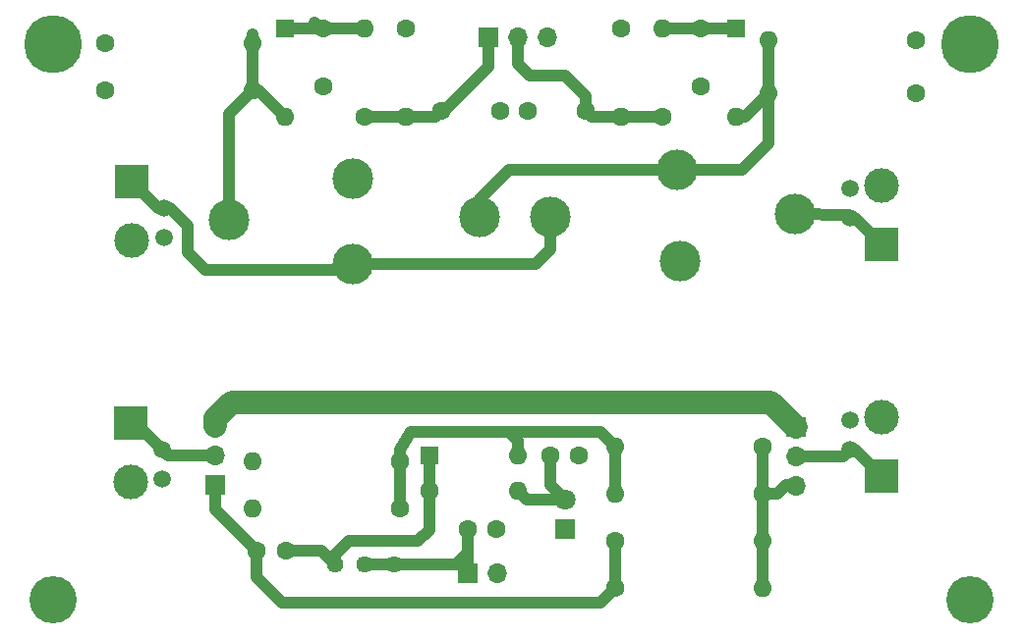
<source format=gbr>
G04 #@! TF.FileFunction,Copper,L2,Bot,Signal*
%FSLAX46Y46*%
G04 Gerber Fmt 4.6, Leading zero omitted, Abs format (unit mm)*
G04 Created by KiCad (PCBNEW 4.0.7) date 11/09/21 19:46:40*
%MOMM*%
%LPD*%
G01*
G04 APERTURE LIST*
%ADD10C,0.100000*%
%ADD11R,1.700000X1.700000*%
%ADD12O,1.700000X1.700000*%
%ADD13C,1.600000*%
%ADD14O,1.600000X1.600000*%
%ADD15C,3.500000*%
%ADD16C,5.000000*%
%ADD17R,1.600000X1.600000*%
%ADD18C,1.500000*%
%ADD19R,3.000000X3.000000*%
%ADD20C,3.000000*%
%ADD21C,4.064000*%
%ADD22R,1.800000X1.800000*%
%ADD23C,1.800000*%
%ADD24C,1.440000*%
%ADD25C,1.000000*%
%ADD26C,2.000000*%
G04 APERTURE END LIST*
D10*
D11*
X106950000Y-76050000D03*
D12*
X106950000Y-78590000D03*
X106950000Y-81130000D03*
D13*
X91390000Y-85854000D03*
D14*
X104090000Y-85854000D03*
D13*
X104090000Y-81790000D03*
D14*
X91390000Y-81790000D03*
D13*
X104090000Y-77726000D03*
D14*
X91390000Y-77726000D03*
D13*
X117348000Y-42672000D03*
D14*
X104648000Y-42672000D03*
D13*
X47498000Y-42926000D03*
D14*
X60198000Y-42926000D03*
D13*
X117348000Y-47244000D03*
D14*
X104648000Y-47244000D03*
D15*
X58166000Y-58166000D03*
X85852000Y-57912000D03*
X79756000Y-57912000D03*
X106934000Y-57658000D03*
D16*
X43000000Y-43000000D03*
X122000000Y-43000000D03*
D15*
X68834000Y-54610000D03*
X68834000Y-61976000D03*
X96774000Y-53848000D03*
D13*
X66294000Y-41656000D03*
X66294000Y-46656000D03*
X76454000Y-48768000D03*
X81454000Y-48768000D03*
X98806000Y-41656000D03*
X98806000Y-46656000D03*
X88900000Y-48768000D03*
X83900000Y-48768000D03*
D11*
X80518000Y-42418000D03*
D12*
X83058000Y-42418000D03*
X85598000Y-42418000D03*
D13*
X69850000Y-49276000D03*
D14*
X69850000Y-41656000D03*
D13*
X73406000Y-41656000D03*
D14*
X73406000Y-49276000D03*
D13*
X95504000Y-49276000D03*
D14*
X95504000Y-41656000D03*
D13*
X91948000Y-41656000D03*
D14*
X91948000Y-49276000D03*
D17*
X62992000Y-41656000D03*
D14*
X62992000Y-49276000D03*
D17*
X101854000Y-41656000D03*
D14*
X101854000Y-49276000D03*
D13*
X47498000Y-46990000D03*
D14*
X60198000Y-46990000D03*
D18*
X52512000Y-57150000D03*
X52512000Y-59690000D03*
D19*
X49784000Y-54864000D03*
D20*
X49784000Y-59944000D03*
D18*
X111620000Y-58000000D03*
X111620000Y-55460000D03*
D19*
X114348000Y-60286000D03*
D20*
X114348000Y-55206000D03*
D21*
X122000000Y-91000000D03*
X43000000Y-91000000D03*
D15*
X97028000Y-61722000D03*
D17*
X75388000Y-78488000D03*
D14*
X83008000Y-78488000D03*
D22*
X87072000Y-84838000D03*
D23*
X87072000Y-82298000D03*
D18*
X111620000Y-78000000D03*
X111620000Y-75460000D03*
D19*
X114348000Y-80286000D03*
D20*
X114348000Y-75206000D03*
D18*
X52380000Y-78000000D03*
X52380000Y-80540000D03*
D19*
X49652000Y-75714000D03*
D20*
X49652000Y-80794000D03*
D11*
X56950000Y-81050000D03*
D12*
X56950000Y-78510000D03*
X56950000Y-75970000D03*
D13*
X72848000Y-78996000D03*
D14*
X60148000Y-78996000D03*
D13*
X72848000Y-83060000D03*
D14*
X60148000Y-83060000D03*
D13*
X91390000Y-89918000D03*
D14*
X104090000Y-89918000D03*
D13*
X75388000Y-81536000D03*
D14*
X83008000Y-81536000D03*
D13*
X85802000Y-78488000D03*
X88302000Y-78488000D03*
X60530000Y-86720000D03*
X63030000Y-86720000D03*
X78690000Y-84838000D03*
X81190000Y-84838000D03*
D11*
X78690000Y-88648000D03*
D12*
X81230000Y-88648000D03*
D24*
X72340000Y-87886000D03*
X69800000Y-87886000D03*
X67260000Y-87886000D03*
D25*
X69850000Y-41656000D02*
X66040000Y-41656000D01*
X66040000Y-41656000D02*
X65532000Y-41148000D01*
X66294000Y-41656000D02*
X62992000Y-41656000D01*
X76454000Y-48768000D02*
X76708000Y-48768000D01*
X76708000Y-48768000D02*
X80518000Y-44958000D01*
X80518000Y-44958000D02*
X80518000Y-42418000D01*
X73406000Y-49276000D02*
X75946000Y-49276000D01*
X75946000Y-49276000D02*
X76454000Y-48768000D01*
X69850000Y-49276000D02*
X73406000Y-49276000D01*
X98806000Y-41656000D02*
X101854000Y-41656000D01*
X95504000Y-41656000D02*
X98806000Y-41656000D01*
X95504000Y-49276000D02*
X91948000Y-49276000D01*
X91948000Y-49276000D02*
X89408000Y-49276000D01*
X89408000Y-49276000D02*
X88900000Y-48768000D01*
X83058000Y-42418000D02*
X83058000Y-44704000D01*
X88900000Y-47498000D02*
X88900000Y-48768000D01*
X87122000Y-45720000D02*
X88900000Y-47498000D01*
X84074000Y-45720000D02*
X87122000Y-45720000D01*
X83058000Y-44704000D02*
X84074000Y-45720000D01*
X60198000Y-46990000D02*
X60198000Y-42164000D01*
X60198000Y-42164000D02*
X60198000Y-42926000D01*
X60198000Y-46990000D02*
X60706000Y-46990000D01*
X60706000Y-46990000D02*
X62992000Y-49276000D01*
X58166000Y-58166000D02*
X58166000Y-49022000D01*
X58166000Y-49022000D02*
X60198000Y-46990000D01*
X101854000Y-49276000D02*
X102616000Y-49276000D01*
X102616000Y-49276000D02*
X104648000Y-47244000D01*
X96774000Y-53848000D02*
X102362000Y-53848000D01*
X104648000Y-51562000D02*
X104648000Y-47244000D01*
X102362000Y-53848000D02*
X104648000Y-51562000D01*
X104648000Y-42672000D02*
X104648000Y-47244000D01*
X79756000Y-57912000D02*
X79756000Y-56388000D01*
X79756000Y-56388000D02*
X82296000Y-53848000D01*
X82296000Y-53848000D02*
X96774000Y-53848000D01*
X87072000Y-82298000D02*
X83770000Y-82298000D01*
X83770000Y-82298000D02*
X83008000Y-81536000D01*
X85802000Y-78488000D02*
X85802000Y-81028000D01*
X85802000Y-81028000D02*
X87072000Y-82298000D01*
X56950000Y-78510000D02*
X52890000Y-78510000D01*
X52890000Y-78510000D02*
X52380000Y-78000000D01*
X49652000Y-75714000D02*
X50094000Y-75714000D01*
X50094000Y-75714000D02*
X52380000Y-78000000D01*
X52512000Y-57150000D02*
X52070000Y-57150000D01*
X52070000Y-57150000D02*
X49784000Y-54864000D01*
X85852000Y-57912000D02*
X85852000Y-60706000D01*
X84582000Y-61976000D02*
X68834000Y-61976000D01*
X85852000Y-60706000D02*
X84582000Y-61976000D01*
X68834000Y-61976000D02*
X68072000Y-61976000D01*
X68072000Y-61976000D02*
X67564000Y-62484000D01*
X67564000Y-62484000D02*
X56134000Y-62484000D01*
X56134000Y-62484000D02*
X54610000Y-60960000D01*
X54610000Y-60960000D02*
X54610000Y-58674000D01*
X54610000Y-58674000D02*
X53086000Y-57150000D01*
X53086000Y-57150000D02*
X52512000Y-57150000D01*
X111620000Y-58000000D02*
X112062000Y-58000000D01*
X112062000Y-58000000D02*
X114348000Y-60286000D01*
X106934000Y-57658000D02*
X111366000Y-57746000D01*
X111366000Y-57746000D02*
X111620000Y-58000000D01*
X60530000Y-86720000D02*
X60530000Y-89030000D01*
X90120000Y-91188000D02*
X91390000Y-89918000D01*
X62688000Y-91188000D02*
X90120000Y-91188000D01*
X60530000Y-89030000D02*
X62688000Y-91188000D01*
X91390000Y-85854000D02*
X91390000Y-89918000D01*
X56950000Y-81050000D02*
X56950000Y-83140000D01*
X56950000Y-83140000D02*
X60530000Y-86720000D01*
X67260000Y-87886000D02*
X67260000Y-87100000D01*
X75388000Y-84922000D02*
X75388000Y-81536000D01*
X74400000Y-85910000D02*
X75388000Y-84922000D01*
X68450000Y-85910000D02*
X74400000Y-85910000D01*
X67260000Y-87100000D02*
X68450000Y-85910000D01*
X75388000Y-81536000D02*
X75388000Y-82298000D01*
X63030000Y-86720000D02*
X66094000Y-86720000D01*
X66094000Y-86720000D02*
X67260000Y-87886000D01*
X75388000Y-78488000D02*
X75388000Y-81536000D01*
X106950000Y-78590000D02*
X111030000Y-78590000D01*
X111030000Y-78590000D02*
X111620000Y-78000000D01*
X111620000Y-78000000D02*
X112062000Y-78000000D01*
X112062000Y-78000000D02*
X114348000Y-80286000D01*
D26*
X56950000Y-75970000D02*
X56950000Y-75336000D01*
X56950000Y-75336000D02*
X58370000Y-73916000D01*
X58370000Y-73916000D02*
X104816000Y-73916000D01*
X104816000Y-73916000D02*
X106950000Y-76050000D01*
D25*
X104090000Y-85854000D02*
X104090000Y-89918000D01*
X104090000Y-81790000D02*
X104090000Y-85854000D01*
X104090000Y-81790000D02*
X105360000Y-81790000D01*
X105360000Y-81790000D02*
X106122000Y-81028000D01*
X106122000Y-81028000D02*
X106950000Y-81130000D01*
X104090000Y-81790000D02*
X104090000Y-77726000D01*
X83008000Y-78488000D02*
X83008000Y-77218000D01*
X83008000Y-77218000D02*
X82246000Y-76456000D01*
X72848000Y-78996000D02*
X72848000Y-83060000D01*
X84786000Y-76456000D02*
X90120000Y-76456000D01*
X90120000Y-76456000D02*
X91390000Y-77726000D01*
X91390000Y-77726000D02*
X91390000Y-81790000D01*
X72848000Y-78996000D02*
X72848000Y-77980000D01*
X73770000Y-76450000D02*
X82246000Y-76456000D01*
X82246000Y-76456000D02*
X84786000Y-76456000D01*
X72848000Y-77980000D02*
X73770000Y-76450000D01*
X72340000Y-87886000D02*
X77674000Y-87886000D01*
X77674000Y-87886000D02*
X78690000Y-86870000D01*
X78690000Y-84838000D02*
X78690000Y-86870000D01*
X78690000Y-86870000D02*
X78690000Y-88648000D01*
X72340000Y-87886000D02*
X69800000Y-87886000D01*
M02*

</source>
